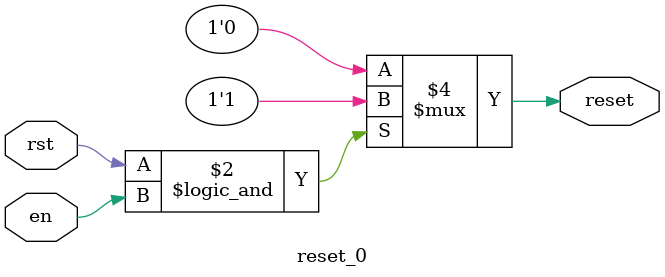
<source format=v>
`timescale 1ns / 1ps


module reset_0(
input en,rst,
output reg reset
    );
     always @*
     begin
     if(rst&&en)
    
       reset<=1;
    
       else 
    
       reset<=0;
    
       end
endmodule

</source>
